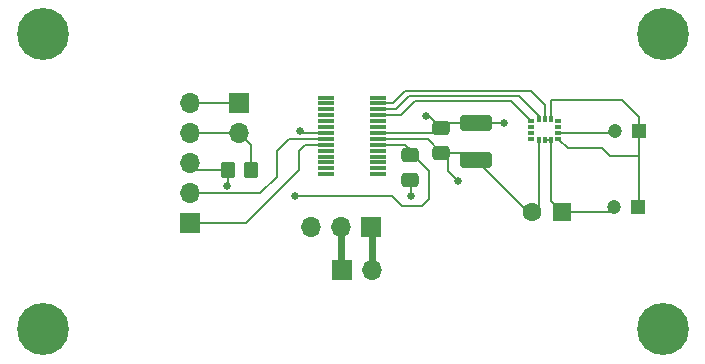
<source format=gbr>
%TF.GenerationSoftware,KiCad,Pcbnew,8.0.5*%
%TF.CreationDate,2025-04-25T02:38:47-05:00*%
%TF.ProjectId,327_project_pcb,3332375f-7072-46f6-9a65-63745f706362,rev?*%
%TF.SameCoordinates,Original*%
%TF.FileFunction,Copper,L1,Top*%
%TF.FilePolarity,Positive*%
%FSLAX46Y46*%
G04 Gerber Fmt 4.6, Leading zero omitted, Abs format (unit mm)*
G04 Created by KiCad (PCBNEW 8.0.5) date 2025-04-25 02:38:47*
%MOMM*%
%LPD*%
G01*
G04 APERTURE LIST*
G04 Aperture macros list*
%AMRoundRect*
0 Rectangle with rounded corners*
0 $1 Rounding radius*
0 $2 $3 $4 $5 $6 $7 $8 $9 X,Y pos of 4 corners*
0 Add a 4 corners polygon primitive as box body*
4,1,4,$2,$3,$4,$5,$6,$7,$8,$9,$2,$3,0*
0 Add four circle primitives for the rounded corners*
1,1,$1+$1,$2,$3*
1,1,$1+$1,$4,$5*
1,1,$1+$1,$6,$7*
1,1,$1+$1,$8,$9*
0 Add four rect primitives between the rounded corners*
20,1,$1+$1,$2,$3,$4,$5,0*
20,1,$1+$1,$4,$5,$6,$7,0*
20,1,$1+$1,$6,$7,$8,$9,0*
20,1,$1+$1,$8,$9,$2,$3,0*%
G04 Aperture macros list end*
%TA.AperFunction,ComponentPad*%
%ADD10C,4.400000*%
%TD*%
%TA.AperFunction,SMDPad,CuDef*%
%ADD11RoundRect,0.250000X0.350000X0.450000X-0.350000X0.450000X-0.350000X-0.450000X0.350000X-0.450000X0*%
%TD*%
%TA.AperFunction,ComponentPad*%
%ADD12R,1.700000X1.700000*%
%TD*%
%TA.AperFunction,ComponentPad*%
%ADD13O,1.700000X1.700000*%
%TD*%
%TA.AperFunction,SMDPad,CuDef*%
%ADD14R,1.425000X0.300000*%
%TD*%
%TA.AperFunction,ComponentPad*%
%ADD15R,1.200000X1.200000*%
%TD*%
%TA.AperFunction,ComponentPad*%
%ADD16C,1.200000*%
%TD*%
%TA.AperFunction,ComponentPad*%
%ADD17R,1.600000X1.600000*%
%TD*%
%TA.AperFunction,ComponentPad*%
%ADD18C,1.600000*%
%TD*%
%TA.AperFunction,SMDPad,CuDef*%
%ADD19RoundRect,0.250000X0.475000X-0.337500X0.475000X0.337500X-0.475000X0.337500X-0.475000X-0.337500X0*%
%TD*%
%TA.AperFunction,SMDPad,CuDef*%
%ADD20RoundRect,0.250000X1.100000X-0.412500X1.100000X0.412500X-1.100000X0.412500X-1.100000X-0.412500X0*%
%TD*%
%TA.AperFunction,SMDPad,CuDef*%
%ADD21R,0.600000X0.300000*%
%TD*%
%TA.AperFunction,SMDPad,CuDef*%
%ADD22R,0.300000X0.600000*%
%TD*%
%TA.AperFunction,ViaPad*%
%ADD23C,0.660400*%
%TD*%
%TA.AperFunction,Conductor*%
%ADD24C,0.203200*%
%TD*%
%TA.AperFunction,Conductor*%
%ADD25C,0.600000*%
%TD*%
G04 APERTURE END LIST*
D10*
%TO.P,REF\u002A\u002A,1*%
%TO.N,N/C*%
X165000000Y-115000000D03*
%TD*%
%TO.P,REF\u002A\u002A,1*%
%TO.N,N/C*%
X165000000Y-90000000D03*
%TD*%
%TO.P,REF\u002A\u002A,1*%
%TO.N,N/C*%
X217500000Y-90000000D03*
%TD*%
%TO.P,REF\u002A\u002A,1*%
%TO.N,N/C*%
X217500000Y-115000000D03*
%TD*%
D11*
%TO.P,R1,1*%
%TO.N,+3.3V*%
X182650000Y-101500000D03*
%TO.P,R1,2*%
%TO.N,NRST*%
X180650000Y-101500000D03*
%TD*%
D12*
%TO.P,J4,1,Pin_1*%
%TO.N,+5V*%
X192825000Y-106350000D03*
D13*
%TO.P,J4,2,Pin_2*%
%TO.N,GND*%
X190285000Y-106350000D03*
%TO.P,J4,3,Pin_3*%
%TO.N,SPI1_PICO*%
X187745000Y-106350000D03*
%TD*%
D12*
%TO.P,J3,1,Pin_1*%
%TO.N,GND*%
X190350000Y-110000000D03*
D13*
%TO.P,J3,2,Pin_2*%
%TO.N,+5V*%
X192890000Y-110000000D03*
%TD*%
D12*
%TO.P,J2,1,Pin_1*%
%TO.N,SWCLK*%
X177425000Y-106025000D03*
D13*
%TO.P,J2,2,Pin_2*%
%TO.N,SWDIO*%
X177425000Y-103485000D03*
%TO.P,J2,3,Pin_3*%
%TO.N,NRST*%
X177425000Y-100945000D03*
%TO.P,J2,4,Pin_4*%
%TO.N,+3.3V*%
X177425000Y-98405000D03*
%TO.P,J2,5,Pin_5*%
%TO.N,GND*%
X177425000Y-95865000D03*
%TD*%
D12*
%TO.P,J1,1,Pin_1*%
%TO.N,GND*%
X181650000Y-95850000D03*
D13*
%TO.P,J1,2,Pin_2*%
%TO.N,+3.3V*%
X181650000Y-98390000D03*
%TD*%
D14*
%TO.P,IC1,1,PA26_/_A0_1*%
%TO.N,unconnected-(IC1-PA26_{slash}_A0_1-Pad1)*%
X193362000Y-101875000D03*
%TO.P,IC1,2,PA27_/_RTC_OUT_/_A0_0*%
%TO.N,unconnected-(IC1-PA27_{slash}_RTC_OUT_{slash}_A0_0-Pad2)*%
X193362000Y-101375000D03*
%TO.P,IC1,3,VCORE*%
%TO.N,unconnected-(IC1-VCORE-Pad3)*%
X193362000Y-100875000D03*
%TO.P,IC1,4,PA0*%
%TO.N,unconnected-(IC1-PA0-Pad4)*%
X193362000Y-100375000D03*
%TO.P,IC1,5,PA1*%
%TO.N,unconnected-(IC1-PA1-Pad5)*%
X193362000Y-99875000D03*
%TO.P,IC1,6,NRST*%
%TO.N,NRST*%
X193362000Y-99375000D03*
%TO.P,IC1,7,VDD*%
%TO.N,+3.3V*%
X193362000Y-98875000D03*
%TO.P,IC1,8,VSS*%
%TO.N,GND*%
X193362000Y-98375000D03*
%TO.P,IC1,9,PA2_/_ROSC*%
%TO.N,unconnected-(IC1-PA2_{slash}_ROSC-Pad9)*%
X193362000Y-97875000D03*
%TO.P,IC1,10,PA3_/_LFXIN*%
%TO.N,unconnected-(IC1-PA3_{slash}_LFXIN-Pad10)*%
X193362000Y-97375000D03*
%TO.P,IC1,11,PA4_/_LFCLK_IN_/_LFXOUT*%
%TO.N,SPI0_POCI*%
X193362000Y-96875000D03*
%TO.P,IC1,12,PA5_/_HFXIN_/_FCC_IN*%
%TO.N,SPI0_PICO*%
X193362000Y-96375000D03*
%TO.P,IC1,13,PA6_/_HFCLK_IN_/_HFXOUT*%
%TO.N,SPI0_SCK*%
X193362000Y-95875000D03*
%TO.P,IC1,14,PA9_/_RTC_OUT_/_CLK_OUT*%
%TO.N,unconnected-(IC1-PA9_{slash}_RTC_OUT_{slash}_CLK_OUT-Pad14)*%
X193362000Y-95375000D03*
%TO.P,IC1,15,PA10_/_CLK_OUT*%
%TO.N,unconnected-(IC1-PA10_{slash}_CLK_OUT-Pad15)*%
X188938000Y-95375000D03*
%TO.P,IC1,16,PA11*%
%TO.N,unconnected-(IC1-PA11-Pad16)*%
X188938000Y-95875000D03*
%TO.P,IC1,17,PA14_/_CLK_OUT_/_A0_12*%
%TO.N,unconnected-(IC1-PA14_{slash}_CLK_OUT_{slash}_A0_12-Pad17)*%
X188938000Y-96375000D03*
%TO.P,IC1,18,PA15_/_A1_0*%
%TO.N,unconnected-(IC1-PA15_{slash}_A1_0-Pad18)*%
X188938000Y-96875000D03*
%TO.P,IC1,19,PA16_/_A1_1_/_FCC_IN*%
%TO.N,unconnected-(IC1-PA16_{slash}_A1_1_{slash}_FCC_IN-Pad19)*%
X188938000Y-97375000D03*
%TO.P,IC1,20,PA17_/_A1_2*%
%TO.N,unconnected-(IC1-PA17_{slash}_A1_2-Pad20)*%
X188938000Y-97875000D03*
%TO.P,IC1,21,PA18_/_A1_3*%
%TO.N,SPI1_PICO*%
X188938000Y-98375000D03*
%TO.P,IC1,22,PA19_/_SWDIO*%
%TO.N,SWDIO*%
X188938000Y-98875000D03*
%TO.P,IC1,23,PA20_/_SWCLK*%
%TO.N,SWCLK*%
X188938000Y-99375000D03*
%TO.P,IC1,24,PA21_/_A1_7_/_VREF-*%
%TO.N,unconnected-(IC1-PA21_{slash}_A1_7_{slash}_VREF--Pad24)*%
X188938000Y-99875000D03*
%TO.P,IC1,25,PA22_/_CLK_OUT_/_A0_7*%
%TO.N,unconnected-(IC1-PA22_{slash}_CLK_OUT_{slash}_A0_7-Pad25)*%
X188938000Y-100375000D03*
%TO.P,IC1,26,PA23_/_VREF+*%
%TO.N,unconnected-(IC1-PA23_{slash}_VREF+-Pad26)*%
X188938000Y-100875000D03*
%TO.P,IC1,27,PA24_/_A0_3*%
%TO.N,unconnected-(IC1-PA24_{slash}_A0_3-Pad27)*%
X188938000Y-101375000D03*
%TO.P,IC1,28,PA25_/_A0_2*%
%TO.N,unconnected-(IC1-PA25_{slash}_A0_2-Pad28)*%
X188938000Y-101875000D03*
%TD*%
D15*
%TO.P,C6,1*%
%TO.N,+3.3V*%
X215400000Y-104650000D03*
D16*
%TO.P,C6,2*%
%TO.N,GND*%
X213400000Y-104650000D03*
%TD*%
D15*
%TO.P,C5,1*%
%TO.N,+3.3V*%
X215450000Y-98250000D03*
D16*
%TO.P,C5,2*%
%TO.N,GND*%
X213450000Y-98250000D03*
%TD*%
D17*
%TO.P,C4,1*%
%TO.N,GND*%
X208955113Y-105050000D03*
D18*
%TO.P,C4,2*%
%TO.N,+3.3V*%
X206455113Y-105050000D03*
%TD*%
D19*
%TO.P,C3,1*%
%TO.N,+3.3V*%
X198750000Y-100050000D03*
%TO.P,C3,2*%
%TO.N,GND*%
X198750000Y-97975000D03*
%TD*%
D20*
%TO.P,C2,1*%
%TO.N,+3.3V*%
X201650000Y-100650000D03*
%TO.P,C2,2*%
%TO.N,GND*%
X201650000Y-97525000D03*
%TD*%
D19*
%TO.P,C1,1*%
%TO.N,GND*%
X196100000Y-102325000D03*
%TO.P,C1,2*%
%TO.N,NRST*%
X196100000Y-100250000D03*
%TD*%
D21*
%TO.P,AC1,1,AP_SDO_/_AP_AD0*%
%TO.N,SPI0_POCI*%
X206350000Y-97350000D03*
%TO.P,AC1,2,RESV_1*%
%TO.N,unconnected-(AC1-RESV_1-Pad2)*%
X206350000Y-97850000D03*
%TO.P,AC1,3,RESV_2*%
%TO.N,unconnected-(AC1-RESV_2-Pad3)*%
X206350000Y-98350000D03*
%TO.P,AC1,4,INT1_/_INT*%
%TO.N,unconnected-(AC1-INT1_{slash}_INT-Pad4)*%
X206350000Y-98850000D03*
D22*
%TO.P,AC1,5,VDDIO*%
%TO.N,+3.3V*%
X207000000Y-99000000D03*
%TO.P,AC1,6,GND*%
%TO.N,GND*%
X207500000Y-99000000D03*
%TO.P,AC1,7,RESV_3*%
X208000000Y-99000000D03*
D21*
%TO.P,AC1,8,VDD*%
%TO.N,+3.3V*%
X208650000Y-98850000D03*
%TO.P,AC1,9,INT2_/_FSYNC*%
%TO.N,GND*%
X208650000Y-98350000D03*
%TO.P,AC1,10,RESV_4*%
%TO.N,unconnected-(AC1-RESV_4-Pad10)*%
X208650000Y-97850000D03*
%TO.P,AC1,11,RESV_5*%
%TO.N,unconnected-(AC1-RESV_5-Pad11)*%
X208650000Y-97350000D03*
D22*
%TO.P,AC1,12,AP_CS*%
%TO.N,+3.3V*%
X208000000Y-97200000D03*
%TO.P,AC1,13,AP_SCL_/_AP_SCLK*%
%TO.N,SPI0_SCK*%
X207500000Y-97200000D03*
%TO.P,AC1,14,AP_SDA_/_AP_SDIO_/_AP_SDI*%
%TO.N,SPI0_PICO*%
X207000000Y-97200000D03*
%TD*%
D23*
%TO.N,NRST*%
X180600000Y-102850000D03*
X186350000Y-103750000D03*
%TO.N,+3.3V*%
X200150000Y-102450000D03*
%TO.N,GND*%
X197450000Y-96900000D03*
X204050000Y-97500000D03*
X196200000Y-103695200D03*
%TO.N,SPI1_PICO*%
X186800000Y-98240000D03*
%TD*%
D24*
%TO.N,NRST*%
X196350000Y-100250000D02*
X196100000Y-100250000D01*
X197700000Y-103950000D02*
X197700000Y-101600000D01*
X197700000Y-101600000D02*
X196350000Y-100250000D01*
X195400000Y-104550000D02*
X197100000Y-104550000D01*
X194600000Y-103750000D02*
X195400000Y-104550000D01*
X186350000Y-103750000D02*
X194600000Y-103750000D01*
X197100000Y-104550000D02*
X197700000Y-103950000D01*
%TO.N,+3.3V*%
X208000000Y-95600000D02*
X214000000Y-95600000D01*
X215450000Y-97050000D02*
X215450000Y-98250000D01*
X208000000Y-97200000D02*
X208000000Y-95600000D01*
X214000000Y-95600000D02*
X215450000Y-97050000D01*
%TO.N,GND*%
X207500000Y-99000000D02*
X208000000Y-99000000D01*
%TO.N,+3.3V*%
X199300000Y-100600000D02*
X198750000Y-100050000D01*
X199300000Y-101600000D02*
X199300000Y-100600000D01*
X200150000Y-102450000D02*
X199300000Y-101600000D01*
%TO.N,NRST*%
X180650000Y-101500000D02*
X180650000Y-102800000D01*
X180650000Y-102800000D02*
X180600000Y-102850000D01*
%TO.N,GND*%
X197675000Y-96900000D02*
X198750000Y-97975000D01*
X197450000Y-96900000D02*
X197675000Y-96900000D01*
%TO.N,+3.3V*%
X206050000Y-105050000D02*
X206455113Y-105050000D01*
X201650000Y-100650000D02*
X206050000Y-105050000D01*
%TO.N,GND*%
X204025000Y-97525000D02*
X204050000Y-97500000D01*
X201650000Y-97525000D02*
X204025000Y-97525000D01*
%TO.N,+3.3V*%
X198750000Y-100050000D02*
X197575000Y-98875000D01*
X197575000Y-98875000D02*
X193362000Y-98875000D01*
X201050000Y-100050000D02*
X201650000Y-100650000D01*
X198750000Y-100050000D02*
X201050000Y-100050000D01*
%TO.N,GND*%
X198350000Y-98375000D02*
X193362000Y-98375000D01*
X198750000Y-97975000D02*
X198350000Y-98375000D01*
X199200000Y-97525000D02*
X198750000Y-97975000D01*
X201650000Y-97525000D02*
X199200000Y-97525000D01*
%TO.N,SWCLK*%
X187225000Y-99375000D02*
X188938000Y-99375000D01*
X186700000Y-99900000D02*
X187225000Y-99375000D01*
X186700000Y-101550000D02*
X186700000Y-99900000D01*
X182225000Y-106025000D02*
X186700000Y-101550000D01*
X177425000Y-106025000D02*
X182225000Y-106025000D01*
%TO.N,SWDIO*%
X185825000Y-98875000D02*
X188938000Y-98875000D01*
X184800000Y-102100000D02*
X184800000Y-99900000D01*
X184800000Y-99900000D02*
X185825000Y-98875000D01*
X183415000Y-103485000D02*
X184800000Y-102100000D01*
X177425000Y-103485000D02*
X183415000Y-103485000D01*
%TO.N,+3.3V*%
X182650000Y-99390000D02*
X181650000Y-98390000D01*
X182650000Y-101500000D02*
X182650000Y-99390000D01*
%TO.N,SPI0_SCK*%
X195647800Y-94852200D02*
X194625000Y-95875000D01*
X194625000Y-95875000D02*
X193362000Y-95875000D01*
X206354174Y-94852200D02*
X195647800Y-94852200D01*
X207500000Y-95998026D02*
X206354174Y-94852200D01*
X207500000Y-97200000D02*
X207500000Y-95998026D01*
%TO.N,SPI0_PICO*%
X194925000Y-96375000D02*
X193362000Y-96375000D01*
X196041400Y-95258600D02*
X194925000Y-96375000D01*
X207000000Y-96940400D02*
X205318200Y-95258600D01*
X207000000Y-97200000D02*
X207000000Y-96940400D01*
X205318200Y-95258600D02*
X196041400Y-95258600D01*
%TO.N,SPI0_POCI*%
X196535000Y-95665000D02*
X195325000Y-96875000D01*
X195325000Y-96875000D02*
X193362000Y-96875000D01*
X204665000Y-95665000D02*
X196535000Y-95665000D01*
X206350000Y-97350000D02*
X204665000Y-95665000D01*
%TO.N,NRST*%
X195675000Y-99375000D02*
X193362000Y-99375000D01*
X196150000Y-99850000D02*
X195675000Y-99375000D01*
%TO.N,GND*%
X196200000Y-101975000D02*
X196150000Y-101925000D01*
X196200000Y-103695200D02*
X196200000Y-101975000D01*
%TO.N,+3.3V*%
X215450000Y-100350000D02*
X215450000Y-98250000D01*
X213050000Y-100350000D02*
X215450000Y-100350000D01*
X209450000Y-99650000D02*
X212350000Y-99650000D01*
X208650000Y-98850000D02*
X209450000Y-99650000D01*
X212350000Y-99650000D02*
X213050000Y-100350000D01*
%TO.N,GND*%
X213350000Y-98350000D02*
X208650000Y-98350000D01*
X213450000Y-98250000D02*
X213350000Y-98350000D01*
%TO.N,+3.3V*%
X215450000Y-104600000D02*
X215400000Y-104650000D01*
X215450000Y-98250000D02*
X215450000Y-104600000D01*
%TO.N,GND*%
X213000000Y-105050000D02*
X213400000Y-104650000D01*
X208955113Y-105050000D02*
X213000000Y-105050000D01*
X208000000Y-104094887D02*
X208000000Y-99000000D01*
X208955113Y-105050000D02*
X208000000Y-104094887D01*
%TO.N,+3.3V*%
X207000000Y-104505113D02*
X207000000Y-99000000D01*
X206455113Y-105050000D02*
X207000000Y-104505113D01*
D25*
%TO.N,+5V*%
X192890000Y-106415000D02*
X192825000Y-106350000D01*
X192890000Y-110000000D02*
X192890000Y-106415000D01*
%TO.N,GND*%
X190285000Y-109935000D02*
X190350000Y-110000000D01*
X190285000Y-106350000D02*
X190285000Y-109935000D01*
D24*
%TO.N,SPI1_PICO*%
X186800000Y-98240000D02*
X186935000Y-98375000D01*
X186935000Y-98375000D02*
X188938000Y-98375000D01*
%TO.N,GND*%
X177425000Y-95865000D02*
X181635000Y-95865000D01*
X181635000Y-95865000D02*
X181650000Y-95850000D01*
%TO.N,+3.3V*%
X177440000Y-98390000D02*
X177425000Y-98405000D01*
X181650000Y-98390000D02*
X177440000Y-98390000D01*
%TO.N,NRST*%
X177980000Y-101500000D02*
X177425000Y-100945000D01*
X180650000Y-101500000D02*
X177980000Y-101500000D01*
%TD*%
M02*

</source>
